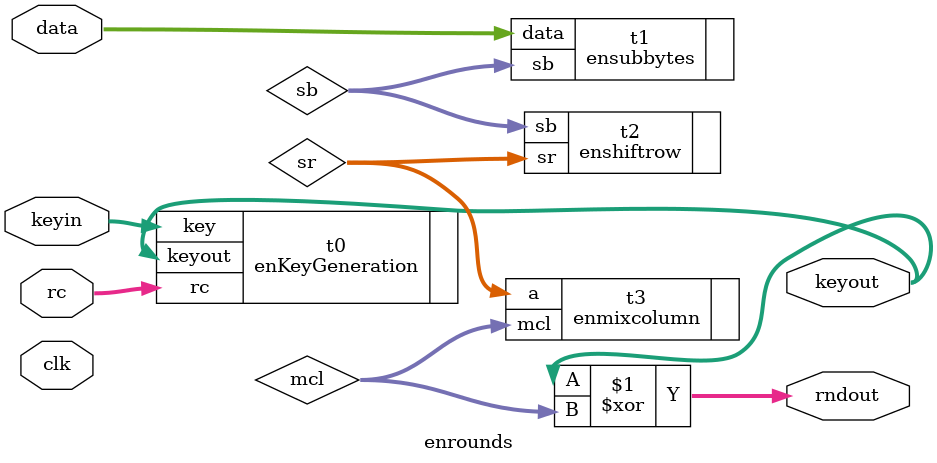
<source format=v>
`timescale 1ns / 1ps





module enrounds(
    input           clk,
    input [3:0]     rc,
    input [127:0]   data,
    input [127:0]   keyin,
    output [127:0]  keyout,
    output [127:0]  rndout
);


wire [127:0] sb, sr, mcl;

enKeyGeneration t0 (
    .rc(rc), 
    .key(keyin), 
    .keyout(keyout)
);

ensubbytes t1(
    .data(data), 
    .sb(sb)
);

enshiftrow t2(
    .sb(sb), 
    .sr(sr)
);

enmixcolumn t3(
    .a(sr), 
    .mcl(mcl)
);

//adding round key to output of mixcolumn module 
assign rndout = keyout ^ mcl;

endmodule
</source>
